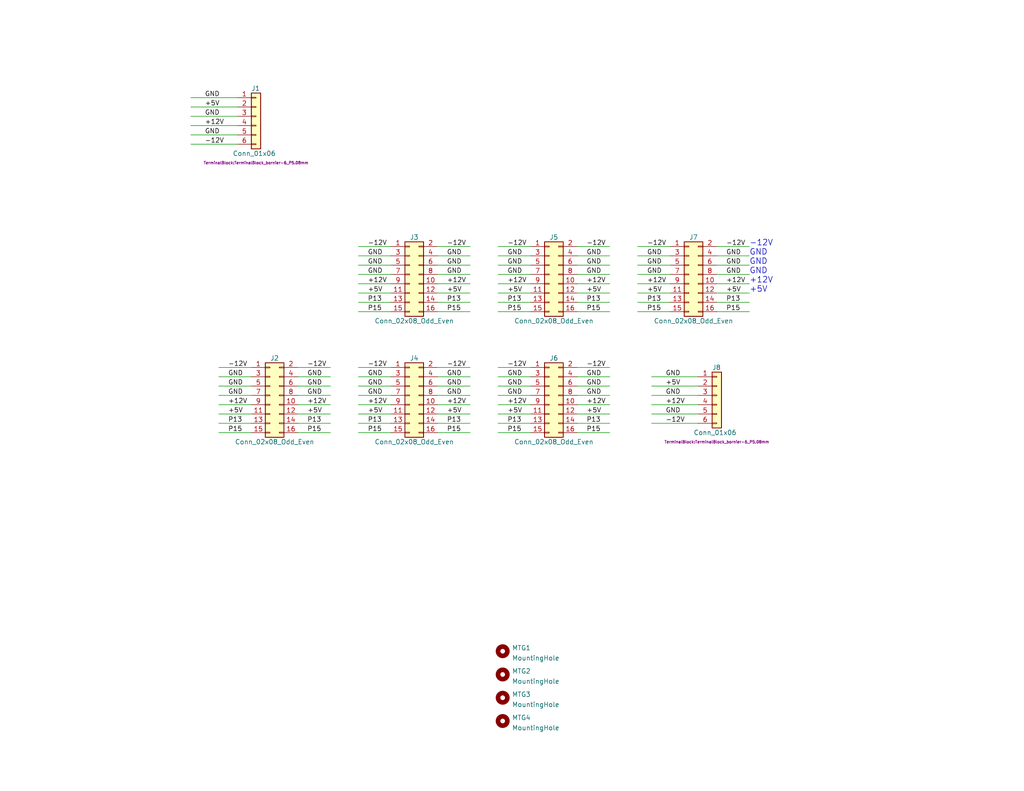
<source format=kicad_sch>
(kicad_sch (version 20211123) (generator eeschema)
  (paper "A")
  (title_block (title "EURORACK POWER DISTRIBUTION") (date "2022-10-04") (rev "1") (company "LAND BOARDS LLC"))
  (lib_symbols
    (symbol "Connector_Generic:Conn_01x06" (pin_names (offset 1.016) hide)
      (property "Reference" "J" (at 0 7.62 0))
      (property "Value" "Conn_01x06" (at 0 -10.16 0))
      (symbol "Conn_01x06_1_1"
        (rectangle (start -1.27 -7.493) (end 0 -7.747) (stroke (width 0.1524)))
        (rectangle (start -1.27 -4.953) (end 0 -5.207) (stroke (width 0.1524)))
        (rectangle (start -1.27 -2.413) (end 0 -2.667) (stroke (width 0.1524)))
        (rectangle (start -1.27 0.127) (end 0 -0.127) (stroke (width 0.1524)))
        (rectangle (start -1.27 2.667) (end 0 2.413) (stroke (width 0.1524)))
        (rectangle (start -1.27 5.207) (end 0 4.953) (stroke (width 0.1524)))
        (rectangle (start -1.27 6.35) (end 1.27 -8.89) (stroke (width 0.254)) (fill (type background)))
        (pin passive line (at -5.08 5.08 0) (length 3.81) (name "Pin_1") (number "1"))
        (pin passive line (at -5.08 2.54 0) (length 3.81) (name "Pin_2") (number "2"))
        (pin passive line (at -5.08 0 0) (length 3.81) (name "Pin_3") (number "3"))
        (pin passive line (at -5.08 -2.54 0) (length 3.81) (name "Pin_4") (number "4"))
        (pin passive line (at -5.08 -5.08 0) (length 3.81) (name "Pin_5") (number "5"))
        (pin passive line (at -5.08 -7.62 0) (length 3.81) (name "Pin_6") (number "6"))
      )
    )
    (symbol "Connector_Generic:Conn_02x08_Odd_Even" (pin_names (offset 1.016) hide)
      (property "Reference" "J" (at 1.27 10.16 0))
      (property "Value" "Conn_02x08_Odd_Even" (at 1.27 -12.7 0))
      (symbol "Conn_02x08_Odd_Even_1_1"
        (rectangle (start -1.27 -10.033) (end 0 -10.287) (stroke (width 0.1524)))
        (rectangle (start -1.27 -7.493) (end 0 -7.747) (stroke (width 0.1524)))
        (rectangle (start -1.27 -4.953) (end 0 -5.207) (stroke (width 0.1524)))
        (rectangle (start -1.27 -2.413) (end 0 -2.667) (stroke (width 0.1524)))
        (rectangle (start -1.27 0.127) (end 0 -0.127) (stroke (width 0.1524)))
        (rectangle (start -1.27 2.667) (end 0 2.413) (stroke (width 0.1524)))
        (rectangle (start -1.27 5.207) (end 0 4.953) (stroke (width 0.1524)))
        (rectangle (start -1.27 7.747) (end 0 7.493) (stroke (width 0.1524)))
        (rectangle (start -1.27 8.89) (end 3.81 -11.43) (stroke (width 0.254)) (fill (type background)))
        (rectangle (start 3.81 -10.033) (end 2.54 -10.287) (stroke (width 0.1524)))
        (rectangle (start 3.81 -7.493) (end 2.54 -7.747) (stroke (width 0.1524)))
        (rectangle (start 3.81 -4.953) (end 2.54 -5.207) (stroke (width 0.1524)))
        (rectangle (start 3.81 -2.413) (end 2.54 -2.667) (stroke (width 0.1524)))
        (rectangle (start 3.81 0.127) (end 2.54 -0.127) (stroke (width 0.1524)))
        (rectangle (start 3.81 2.667) (end 2.54 2.413) (stroke (width 0.1524)))
        (rectangle (start 3.81 5.207) (end 2.54 4.953) (stroke (width 0.1524)))
        (rectangle (start 3.81 7.747) (end 2.54 7.493) (stroke (width 0.1524)))
        (pin passive line (at -5.08 7.62 0) (length 3.81) (name "Pin_1") (number "1"))
        (pin passive line (at 7.62 -2.54 180) (length 3.81) (name "Pin_10") (number "10"))
        (pin passive line (at -5.08 -5.08 0) (length 3.81) (name "Pin_11") (number "11"))
        (pin passive line (at 7.62 -5.08 180) (length 3.81) (name "Pin_12") (number "12"))
        (pin passive line (at -5.08 -7.62 0) (length 3.81) (name "Pin_13") (number "13"))
        (pin passive line (at 7.62 -7.62 180) (length 3.81) (name "Pin_14") (number "14"))
        (pin passive line (at -5.08 -10.16 0) (length 3.81) (name "Pin_15") (number "15"))
        (pin passive line (at 7.62 -10.16 180) (length 3.81) (name "Pin_16") (number "16"))
        (pin passive line (at 7.62 7.62 180) (length 3.81) (name "Pin_2") (number "2"))
        (pin passive line (at -5.08 5.08 0) (length 3.81) (name "Pin_3") (number "3"))
        (pin passive line (at 7.62 5.08 180) (length 3.81) (name "Pin_4") (number "4"))
        (pin passive line (at -5.08 2.54 0) (length 3.81) (name "Pin_5") (number "5"))
        (pin passive line (at 7.62 2.54 180) (length 3.81) (name "Pin_6") (number "6"))
        (pin passive line (at -5.08 0 0) (length 3.81) (name "Pin_7") (number "7"))
        (pin passive line (at 7.62 0 180) (length 3.81) (name "Pin_8") (number "8"))
        (pin passive line (at -5.08 -2.54 0) (length 3.81) (name "Pin_9") (number "9"))
      )
    )
    (symbol "Mechanical:MountingHole" (pin_names (offset 1.016))
      (property "Reference" "H" (at 0 5.08 0))
      (property "Value" "MountingHole" (at 0 3.175 0))
      (symbol "MountingHole_0_1"
        (circle (center 0 0) (radius 1.27) (stroke (width 1.27)))
      )
    )
  )
  (wire (pts (xy 173.99 85.09) (xy 182.88 85.09)))
  (wire (pts (xy 119.38 100.33) (xy 128.27 100.33)))
  (wire (pts (xy 81.28 102.87) (xy 90.17 102.87)))
  (wire (pts (xy 157.48 105.41) (xy 166.37 105.41)))
  (wire (pts (xy 119.38 74.93) (xy 128.27 74.93)))
  (wire (pts (xy 135.89 72.39) (xy 144.78 72.39)))
  (wire (pts (xy 135.89 118.11) (xy 144.78 118.11)))
  (wire (pts (xy 119.38 115.57) (xy 128.27 115.57)))
  (wire (pts (xy 157.48 72.39) (xy 166.37 72.39)))
  (wire (pts (xy 135.89 77.47) (xy 144.78 77.47)))
  (wire (pts (xy 119.38 113.03) (xy 128.27 113.03)))
  (wire (pts (xy 177.8 115.57) (xy 190.5 115.57)))
  (wire (pts (xy 119.38 77.47) (xy 128.27 77.47)))
  (wire (pts (xy 59.69 100.33) (xy 68.58 100.33)))
  (wire (pts (xy 81.28 100.33) (xy 90.17 100.33)))
  (wire (pts (xy 97.79 118.11) (xy 106.68 118.11)))
  (wire (pts (xy 157.48 118.11) (xy 166.37 118.11)))
  (wire (pts (xy 119.38 107.95) (xy 128.27 107.95)))
  (wire (pts (xy 119.38 118.11) (xy 128.27 118.11)))
  (wire (pts (xy 59.69 115.57) (xy 68.58 115.57)))
  (wire (pts (xy 177.8 105.41) (xy 190.5 105.41)))
  (wire (pts (xy 97.79 82.55) (xy 106.68 82.55)))
  (wire (pts (xy 59.69 118.11) (xy 68.58 118.11)))
  (wire (pts (xy 195.58 80.01) (xy 204.47 80.01)))
  (wire (pts (xy 119.38 82.55) (xy 128.27 82.55)))
  (wire (pts (xy 97.79 77.47) (xy 106.68 77.47)))
  (wire (pts (xy 177.8 107.95) (xy 190.5 107.95)))
  (wire (pts (xy 81.28 105.41) (xy 90.17 105.41)))
  (wire (pts (xy 177.8 102.87) (xy 190.5 102.87)))
  (wire (pts (xy 157.48 115.57) (xy 166.37 115.57)))
  (wire (pts (xy 195.58 77.47) (xy 204.47 77.47)))
  (wire (pts (xy 119.38 85.09) (xy 128.27 85.09)))
  (wire (pts (xy 177.8 113.03) (xy 190.5 113.03)))
  (wire (pts (xy 173.99 67.31) (xy 182.88 67.31)))
  (wire (pts (xy 157.48 82.55) (xy 166.37 82.55)))
  (wire (pts (xy 59.69 113.03) (xy 68.58 113.03)))
  (wire (pts (xy 135.89 113.03) (xy 144.78 113.03)))
  (wire (pts (xy 97.79 85.09) (xy 106.68 85.09)))
  (wire (pts (xy 135.89 74.93) (xy 144.78 74.93)))
  (wire (pts (xy 195.58 72.39) (xy 204.47 72.39)))
  (wire (pts (xy 97.79 110.49) (xy 106.68 110.49)))
  (wire (pts (xy 119.38 102.87) (xy 128.27 102.87)))
  (wire (pts (xy 157.48 107.95) (xy 166.37 107.95)))
  (wire (pts (xy 173.99 69.85) (xy 182.88 69.85)))
  (wire (pts (xy 195.58 74.93) (xy 204.47 74.93)))
  (wire (pts (xy 157.48 85.09) (xy 166.37 85.09)))
  (wire (pts (xy 157.48 110.49) (xy 166.37 110.49)))
  (wire (pts (xy 97.79 74.93) (xy 106.68 74.93)))
  (wire (pts (xy 135.89 102.87) (xy 144.78 102.87)))
  (wire (pts (xy 135.89 69.85) (xy 144.78 69.85)))
  (wire (pts (xy 97.79 72.39) (xy 106.68 72.39)))
  (wire (pts (xy 119.38 105.41) (xy 128.27 105.41)))
  (wire (pts (xy 59.69 110.49) (xy 68.58 110.49)))
  (wire (pts (xy 195.58 85.09) (xy 204.47 85.09)))
  (wire (pts (xy 81.28 115.57) (xy 90.17 115.57)))
  (wire (pts (xy 135.89 107.95) (xy 144.78 107.95)))
  (wire (pts (xy 119.38 80.01) (xy 128.27 80.01)))
  (wire (pts (xy 135.89 67.31) (xy 144.78 67.31)))
  (wire (pts (xy 52.07 36.83) (xy 64.77 36.83)))
  (wire (pts (xy 81.28 110.49) (xy 90.17 110.49)))
  (wire (pts (xy 119.38 110.49) (xy 128.27 110.49)))
  (wire (pts (xy 195.58 69.85) (xy 204.47 69.85)))
  (wire (pts (xy 52.07 34.29) (xy 64.77 34.29)))
  (wire (pts (xy 97.79 80.01) (xy 106.68 80.01)))
  (wire (pts (xy 135.89 115.57) (xy 144.78 115.57)))
  (wire (pts (xy 135.89 85.09) (xy 144.78 85.09)))
  (wire (pts (xy 81.28 113.03) (xy 90.17 113.03)))
  (wire (pts (xy 173.99 74.93) (xy 182.88 74.93)))
  (wire (pts (xy 52.07 31.75) (xy 64.77 31.75)))
  (wire (pts (xy 135.89 100.33) (xy 144.78 100.33)))
  (wire (pts (xy 173.99 77.47) (xy 182.88 77.47)))
  (wire (pts (xy 81.28 118.11) (xy 90.17 118.11)))
  (wire (pts (xy 157.48 102.87) (xy 166.37 102.87)))
  (wire (pts (xy 173.99 82.55) (xy 182.88 82.55)))
  (wire (pts (xy 97.79 100.33) (xy 106.68 100.33)))
  (wire (pts (xy 135.89 82.55) (xy 144.78 82.55)))
  (wire (pts (xy 119.38 69.85) (xy 128.27 69.85)))
  (wire (pts (xy 59.69 102.87) (xy 68.58 102.87)))
  (wire (pts (xy 59.69 107.95) (xy 68.58 107.95)))
  (wire (pts (xy 97.79 102.87) (xy 106.68 102.87)))
  (wire (pts (xy 59.69 105.41) (xy 68.58 105.41)))
  (wire (pts (xy 52.07 39.37) (xy 64.77 39.37)))
  (wire (pts (xy 195.58 82.55) (xy 204.47 82.55)))
  (wire (pts (xy 97.79 69.85) (xy 106.68 69.85)))
  (wire (pts (xy 157.48 100.33) (xy 166.37 100.33)))
  (wire (pts (xy 173.99 80.01) (xy 182.88 80.01)))
  (wire (pts (xy 97.79 67.31) (xy 106.68 67.31)))
  (wire (pts (xy 135.89 105.41) (xy 144.78 105.41)))
  (wire (pts (xy 97.79 105.41) (xy 106.68 105.41)))
  (wire (pts (xy 52.07 26.67) (xy 64.77 26.67)))
  (wire (pts (xy 81.28 107.95) (xy 90.17 107.95)))
  (wire (pts (xy 97.79 113.03) (xy 106.68 113.03)))
  (wire (pts (xy 119.38 67.31) (xy 128.27 67.31)))
  (wire (pts (xy 157.48 113.03) (xy 166.37 113.03)))
  (wire (pts (xy 173.99 72.39) (xy 182.88 72.39)))
  (wire (pts (xy 157.48 77.47) (xy 166.37 77.47)))
  (wire (pts (xy 177.8 110.49) (xy 190.5 110.49)))
  (wire (pts (xy 157.48 69.85) (xy 166.37 69.85)))
  (wire (pts (xy 195.58 67.31) (xy 204.47 67.31)))
  (wire (pts (xy 157.48 74.93) (xy 166.37 74.93)))
  (wire (pts (xy 52.07 29.21) (xy 64.77 29.21)))
  (wire (pts (xy 157.48 67.31) (xy 166.37 67.31)))
  (wire (pts (xy 135.89 80.01) (xy 144.78 80.01)))
  (wire (pts (xy 157.48 80.01) (xy 166.37 80.01)))
  (wire (pts (xy 97.79 115.57) (xy 106.68 115.57)))
  (wire (pts (xy 97.79 107.95) (xy 106.68 107.95)))
  (wire (pts (xy 119.38 72.39) (xy 128.27 72.39)))
  (wire (pts (xy 135.89 110.49) (xy 144.78 110.49)))
  (text "-12V\nGND\nGND\nGND\n+12V\n+5V" (at 204.47 80.01 0) (effects (font (size 1.5748 1.5748)) (justify left bottom)))
  (label "GND" (at 55.88 26.67 0))
  (label "P15" (at 160.02 85.09 0))
  (label "+5V" (at 121.92 80.01 0))
  (label "GND" (at 138.43 69.85 0))
  (label "GND" (at 138.43 72.39 0))
  (label "-12V" (at 121.92 100.33 0))
  (label "GND" (at 176.53 74.93 0))
  (label "GND" (at 138.43 107.95 0))
  (label "+5V" (at 160.02 80.01 0))
  (label "P13" (at 121.92 82.55 0))
  (label "+12V" (at 55.88 34.29 0))
  (label "+5V" (at 198.12 80.01 0))
  (label "P13" (at 62.23 115.57 0))
  (label "GND" (at 121.92 102.87 0))
  (label "+12V" (at 100.33 110.49 0))
  (label "P13" (at 176.53 82.55 0))
  (label "P13" (at 100.33 82.55 0))
  (label "GND" (at 181.61 107.95 0))
  (label "P13" (at 198.12 82.55 0))
  (label "GND" (at 138.43 105.41 0))
  (label "P13" (at 160.02 115.57 0))
  (label "P13" (at 121.92 115.57 0))
  (label "P13" (at 138.43 82.55 0))
  (label "+5V" (at 121.92 113.03 0))
  (label "GND" (at 62.23 105.41 0))
  (label "+5V" (at 100.33 113.03 0))
  (label "-12V" (at 160.02 100.33 0))
  (label "GND" (at 160.02 72.39 0))
  (label "GND" (at 160.02 107.95 0))
  (label "-12V" (at 100.33 67.31 0))
  (label "P15" (at 138.43 118.11 0))
  (label "GND" (at 181.61 113.03 0))
  (label "+5V" (at 160.02 113.03 0))
  (label "+12V" (at 198.12 77.47 0))
  (label "GND" (at 55.88 36.83 0))
  (label "-12V" (at 62.23 100.33 0))
  (label "-12V" (at 121.92 67.31 0))
  (label "+12V" (at 100.33 77.47 0))
  (label "+12V" (at 121.92 110.49 0))
  (label "+5V" (at 55.88 29.21 0))
  (label "+12V" (at 160.02 110.49 0))
  (label "GND" (at 121.92 69.85 0))
  (label "+5V" (at 100.33 80.01 0))
  (label "P15" (at 138.43 85.09 0))
  (label "P15" (at 198.12 85.09 0))
  (label "+12V" (at 160.02 77.47 0))
  (label "-12V" (at 83.82 100.33 0))
  (label "GND" (at 62.23 107.95 0))
  (label "P13" (at 160.02 82.55 0))
  (label "GND" (at 121.92 107.95 0))
  (label "P15" (at 100.33 85.09 0))
  (label "GND" (at 83.82 105.41 0))
  (label "GND" (at 121.92 72.39 0))
  (label "GND" (at 83.82 102.87 0))
  (label "+12V" (at 176.53 77.47 0))
  (label "P13" (at 100.33 115.57 0))
  (label "-12V" (at 138.43 100.33 0))
  (label "GND" (at 160.02 105.41 0))
  (label "P15" (at 121.92 85.09 0))
  (label "GND" (at 176.53 72.39 0))
  (label "+5V" (at 62.23 113.03 0))
  (label "GND" (at 181.61 102.87 0))
  (label "GND" (at 83.82 107.95 0))
  (label "+12V" (at 181.61 110.49 0))
  (label "+5V" (at 176.53 80.01 0))
  (label "-12V" (at 100.33 100.33 0))
  (label "GND" (at 100.33 107.95 0))
  (label "+12V" (at 121.92 77.47 0))
  (label "+12V" (at 138.43 110.49 0))
  (label "-12V" (at 160.02 67.31 0))
  (label "GND" (at 121.92 105.41 0))
  (label "-12V" (at 55.88 39.37 0))
  (label "P15" (at 176.53 85.09 0))
  (label "GND" (at 100.33 74.93 0))
  (label "-12V" (at 198.12 67.31 0))
  (label "P15" (at 83.82 118.11 0))
  (label "GND" (at 138.43 102.87 0))
  (label "P15" (at 62.23 118.11 0))
  (label "GND" (at 100.33 69.85 0))
  (label "GND" (at 121.92 74.93 0))
  (label "GND" (at 176.53 69.85 0))
  (label "GND" (at 100.33 102.87 0))
  (label "+5V" (at 83.82 113.03 0))
  (label "GND" (at 160.02 102.87 0))
  (label "GND" (at 100.33 72.39 0))
  (label "GND" (at 160.02 74.93 0))
  (label "+5V" (at 138.43 113.03 0))
  (label "+12V" (at 83.82 110.49 0))
  (label "GND" (at 198.12 69.85 0))
  (label "GND" (at 100.33 105.41 0))
  (label "GND" (at 160.02 69.85 0))
  (label "P13" (at 83.82 115.57 0))
  (label "P15" (at 121.92 118.11 0))
  (label "+5V" (at 181.61 105.41 0))
  (label "-12V" (at 138.43 67.31 0))
  (label "+12V" (at 62.23 110.49 0))
  (label "P15" (at 160.02 118.11 0))
  (label "+12V" (at 138.43 77.47 0))
  (label "GND" (at 55.88 31.75 0))
  (label "GND" (at 138.43 74.93 0))
  (label "-12V" (at 181.61 115.57 0))
  (label "GND" (at 198.12 74.93 0))
  (label "+5V" (at 138.43 80.01 0))
  (label "P13" (at 138.43 115.57 0))
  (label "P15" (at 100.33 118.11 0))
  (label "GND" (at 198.12 72.39 0))
  (label "GND" (at 62.23 102.87 0))
  (label "-12V" (at 176.53 67.31 0))
  (symbol (lib_id "Connector_Generic:Conn_02x08_Odd_Even") (at 187.96 74.93 0) (unit 1)
    (property "Reference" "J7" (at 189.23 64.77 0))
    (property "Value" "Conn_02x08_Odd_Even" (at 189.23 87.63 0))
    (property "Footprint" "Connector_IDC:IDC-Header_2x08_P2.54mm_Vertical" (effects hide))
  )
  (symbol (lib_id "Connector_Generic:Conn_02x08_Odd_Even") (at 149.86 107.95 0) (unit 1)
    (property "Reference" "J6" (at 151.13 97.79 0))
    (property "Value" "Conn_02x08_Odd_Even" (at 151.13 120.65 0))
    (property "Footprint" "Connector_IDC:IDC-Header_2x08_P2.54mm_Vertical" (effects hide))
  )
  (symbol (lib_id "Connector_Generic:Conn_01x06") (at 69.85 31.75 0) (unit 1)
    (property "Reference" "J1" (at 68.58 24.13 0) (effects (justify left)))
    (property "Value" "Conn_01x06" (at 63.5 41.91 0) (effects (justify left)))
    (property "Footprint" "TerminalBlock:TerminalBlock_bornier-6_P5.08mm" (at 69.85 44.45 0) (effects (font (size 0.762 0.762))))
  )
  (symbol (lib_id "Mechanical:MountingHole") (at 137.16 190.5 0) (unit 1)
    (property "Reference" "MTG3" (at 139.7 189.5915 0) (effects (justify left)))
    (property "Value" "MountingHole" (at 139.7 192.3666 0) (effects (justify left)))
    (property "Footprint" "LandBoards_MountHoles:MTG-4-40" (effects hide))
  )
  (symbol (lib_id "Connector_Generic:Conn_02x08_Odd_Even") (at 149.86 74.93 0) (unit 1)
    (property "Reference" "J5" (at 151.13 64.77 0))
    (property "Value" "Conn_02x08_Odd_Even" (at 151.13 87.63 0))
    (property "Footprint" "Connector_IDC:IDC-Header_2x08_P2.54mm_Vertical" (effects hide))
  )
  (symbol (lib_id "Mechanical:MountingHole") (at 137.16 184.15 0) (unit 1)
    (property "Reference" "MTG2" (at 139.7 183.2415 0) (effects (justify left)))
    (property "Value" "MountingHole" (at 139.7 186.0166 0) (effects (justify left)))
    (property "Footprint" "LandBoards_MountHoles:MTG-4-40" (effects hide))
  )
  (symbol (lib_id "Connector_Generic:Conn_02x08_Odd_Even") (at 73.66 107.95 0) (unit 1)
    (property "Reference" "J2" (at 74.93 97.79 0))
    (property "Value" "Conn_02x08_Odd_Even" (at 74.93 120.65 0))
    (property "Footprint" "Connector_IDC:IDC-Header_2x08_P2.54mm_Vertical" (effects hide))
  )
  (symbol (lib_id "Connector_Generic:Conn_02x08_Odd_Even") (at 111.76 107.95 0) (unit 1)
    (property "Reference" "J4" (at 113.03 97.79 0))
    (property "Value" "Conn_02x08_Odd_Even" (at 113.03 120.65 0))
    (property "Footprint" "Connector_IDC:IDC-Header_2x08_P2.54mm_Vertical" (effects hide))
  )
  (symbol (lib_id "Connector_Generic:Conn_01x06") (at 195.58 107.95 0) (unit 1)
    (property "Reference" "J8" (at 194.31 100.33 0) (effects (justify left)))
    (property "Value" "Conn_01x06" (at 189.23 118.11 0) (effects (justify left)))
    (property "Footprint" "TerminalBlock:TerminalBlock_bornier-6_P5.08mm" (at 195.58 120.65 0) (effects (font (size 0.762 0.762))))
  )
  (symbol (lib_id "Mechanical:MountingHole") (at 137.16 196.85 0) (unit 1)
    (property "Reference" "MTG4" (at 139.7 195.9415 0) (effects (justify left)))
    (property "Value" "MountingHole" (at 139.7 198.7166 0) (effects (justify left)))
    (property "Footprint" "LandBoards_MountHoles:MTG-4-40" (effects hide))
  )
  (symbol (lib_id "Connector_Generic:Conn_02x08_Odd_Even") (at 111.76 74.93 0) (unit 1)
    (property "Reference" "J3" (at 113.03 64.77 0))
    (property "Value" "Conn_02x08_Odd_Even" (at 113.03 87.63 0))
    (property "Footprint" "Connector_IDC:IDC-Header_2x08_P2.54mm_Vertical" (effects hide))
  )
  (symbol (lib_id "Mechanical:MountingHole") (at 137.16 177.8 0) (unit 1)
    (property "Reference" "MTG1" (at 139.7 176.8915 0) (effects (justify left)))
    (property "Value" "MountingHole" (at 139.7 179.6666 0) (effects (justify left)))
    (property "Footprint" "LandBoards_MountHoles:MTG-4-40" (effects hide))
  )
)
</source>
